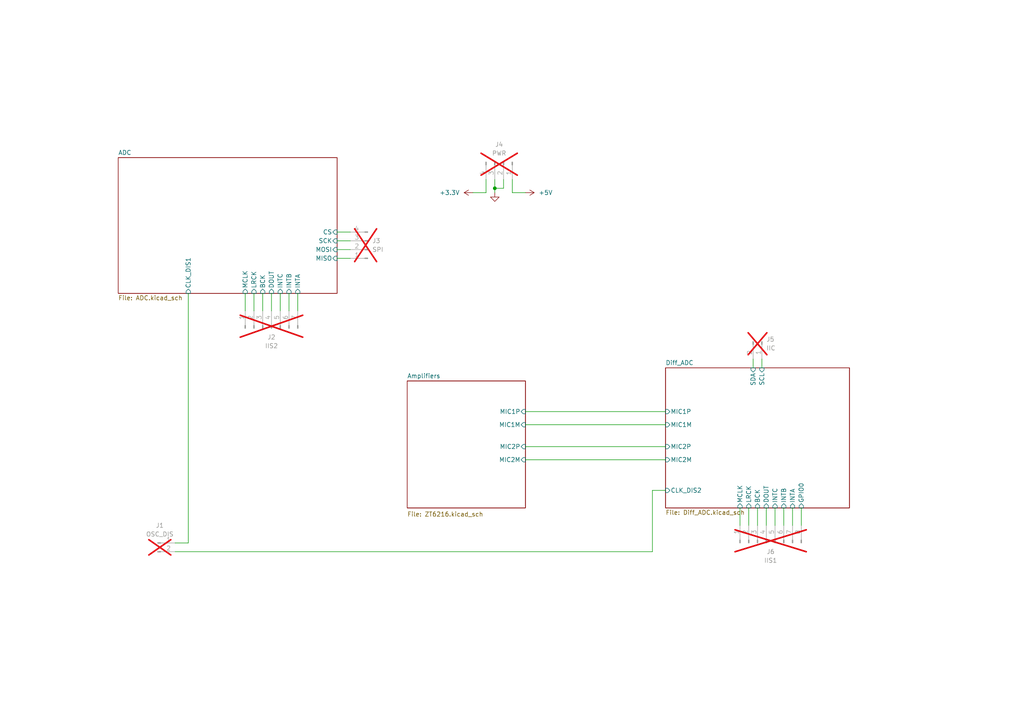
<source format=kicad_sch>
(kicad_sch (version 20231120) (generator "eeschema") (generator_version "8.0")
  (paper "A4")
  (lib_symbols
    (symbol "Connector:Conn_01x02_Pin" (pin_names (offset 1.016) hide)
      (property "Reference" "J" (at 0 2.54 0))
      (property "Value" "Conn_01x02_Pin" (at 0 -5.08 0))
      (symbol "Conn_01x02_Pin_1_1"
        (polyline (pts (xy 1.27 -2.54) (xy 0.8636 -2.54)) (stroke (width 0.1524)))
        (polyline (pts (xy 1.27 0) (xy 0.8636 0)) (stroke (width 0.1524)))
        (rectangle (start 0.8636 -2.413) (end 0 -2.667) (stroke (width 0.1524)) (fill (type outline)))
        (rectangle (start 0.8636 0.127) (end 0 -0.127) (stroke (width 0.1524)) (fill (type outline)))
        (pin passive line (at 5.08 0 180) (length 3.81) (name "Pin_1") (number "1"))
        (pin passive line (at 5.08 -2.54 180) (length 3.81) (name "Pin_2") (number "2"))
      )
    )
    (symbol "Connector:Conn_01x04_Pin" (pin_names (offset 1.016) hide)
      (property "Reference" "J" (at 0 5.08 0))
      (property "Value" "Conn_01x04_Pin" (at 0 -7.62 0))
      (symbol "Conn_01x04_Pin_1_1"
        (polyline (pts (xy 1.27 -5.08) (xy 0.8636 -5.08)) (stroke (width 0.1524)))
        (polyline (pts (xy 1.27 -2.54) (xy 0.8636 -2.54)) (stroke (width 0.1524)))
        (polyline (pts (xy 1.27 0) (xy 0.8636 0)) (stroke (width 0.1524)))
        (polyline (pts (xy 1.27 2.54) (xy 0.8636 2.54)) (stroke (width 0.1524)))
        (rectangle (start 0.8636 -4.953) (end 0 -5.207) (stroke (width 0.1524)) (fill (type outline)))
        (rectangle (start 0.8636 -2.413) (end 0 -2.667) (stroke (width 0.1524)) (fill (type outline)))
        (rectangle (start 0.8636 0.127) (end 0 -0.127) (stroke (width 0.1524)) (fill (type outline)))
        (rectangle (start 0.8636 2.667) (end 0 2.413) (stroke (width 0.1524)) (fill (type outline)))
        (pin passive line (at 5.08 2.54 180) (length 3.81) (name "Pin_1") (number "1"))
        (pin passive line (at 5.08 0 180) (length 3.81) (name "Pin_2") (number "2"))
        (pin passive line (at 5.08 -2.54 180) (length 3.81) (name "Pin_3") (number "3"))
        (pin passive line (at 5.08 -5.08 180) (length 3.81) (name "Pin_4") (number "4"))
      )
    )
    (symbol "Connector:Conn_01x07_Pin" (pin_names (offset 1.016) hide)
      (property "Reference" "J" (at 0 10.16 0))
      (property "Value" "Conn_01x07_Pin" (at 0 -10.16 0))
      (symbol "Conn_01x07_Pin_1_1"
        (polyline (pts (xy 1.27 -7.62) (xy 0.8636 -7.62)) (stroke (width 0.1524)))
        (polyline (pts (xy 1.27 -5.08) (xy 0.8636 -5.08)) (stroke (width 0.1524)))
        (polyline (pts (xy 1.27 -2.54) (xy 0.8636 -2.54)) (stroke (width 0.1524)))
        (polyline (pts (xy 1.27 0) (xy 0.8636 0)) (stroke (width 0.1524)))
        (polyline (pts (xy 1.27 2.54) (xy 0.8636 2.54)) (stroke (width 0.1524)))
        (polyline (pts (xy 1.27 5.08) (xy 0.8636 5.08)) (stroke (width 0.1524)))
        (polyline (pts (xy 1.27 7.62) (xy 0.8636 7.62)) (stroke (width 0.1524)))
        (rectangle (start 0.8636 -7.493) (end 0 -7.747) (stroke (width 0.1524)) (fill (type outline)))
        (rectangle (start 0.8636 -4.953) (end 0 -5.207) (stroke (width 0.1524)) (fill (type outline)))
        (rectangle (start 0.8636 -2.413) (end 0 -2.667) (stroke (width 0.1524)) (fill (type outline)))
        (rectangle (start 0.8636 0.127) (end 0 -0.127) (stroke (width 0.1524)) (fill (type outline)))
        (rectangle (start 0.8636 2.667) (end 0 2.413) (stroke (width 0.1524)) (fill (type outline)))
        (rectangle (start 0.8636 5.207) (end 0 4.953) (stroke (width 0.1524)) (fill (type outline)))
        (rectangle (start 0.8636 7.747) (end 0 7.493) (stroke (width 0.1524)) (fill (type outline)))
        (pin passive line (at 5.08 7.62 180) (length 3.81) (name "Pin_1") (number "1"))
        (pin passive line (at 5.08 5.08 180) (length 3.81) (name "Pin_2") (number "2"))
        (pin passive line (at 5.08 2.54 180) (length 3.81) (name "Pin_3") (number "3"))
        (pin passive line (at 5.08 0 180) (length 3.81) (name "Pin_4") (number "4"))
        (pin passive line (at 5.08 -2.54 180) (length 3.81) (name "Pin_5") (number "5"))
        (pin passive line (at 5.08 -5.08 180) (length 3.81) (name "Pin_6") (number "6"))
        (pin passive line (at 5.08 -7.62 180) (length 3.81) (name "Pin_7") (number "7"))
      )
    )
    (symbol "Connector:Conn_01x08_Pin" (pin_names (offset 1.016) hide)
      (property "Reference" "J" (at 0 10.16 0))
      (property "Value" "Conn_01x08_Pin" (at 0 -12.7 0))
      (symbol "Conn_01x08_Pin_1_1"
        (polyline (pts (xy 1.27 -10.16) (xy 0.8636 -10.16)) (stroke (width 0.1524)))
        (polyline (pts (xy 1.27 -7.62) (xy 0.8636 -7.62)) (stroke (width 0.1524)))
        (polyline (pts (xy 1.27 -5.08) (xy 0.8636 -5.08)) (stroke (width 0.1524)))
        (polyline (pts (xy 1.27 -2.54) (xy 0.8636 -2.54)) (stroke (width 0.1524)))
        (polyline (pts (xy 1.27 0) (xy 0.8636 0)) (stroke (width 0.1524)))
        (polyline (pts (xy 1.27 2.54) (xy 0.8636 2.54)) (stroke (width 0.1524)))
        (polyline (pts (xy 1.27 5.08) (xy 0.8636 5.08)) (stroke (width 0.1524)))
        (polyline (pts (xy 1.27 7.62) (xy 0.8636 7.62)) (stroke (width 0.1524)))
        (rectangle (start 0.8636 -10.033) (end 0 -10.287) (stroke (width 0.1524)) (fill (type outline)))
        (rectangle (start 0.8636 -7.493) (end 0 -7.747) (stroke (width 0.1524)) (fill (type outline)))
        (rectangle (start 0.8636 -4.953) (end 0 -5.207) (stroke (width 0.1524)) (fill (type outline)))
        (rectangle (start 0.8636 -2.413) (end 0 -2.667) (stroke (width 0.1524)) (fill (type outline)))
        (rectangle (start 0.8636 0.127) (end 0 -0.127) (stroke (width 0.1524)) (fill (type outline)))
        (rectangle (start 0.8636 2.667) (end 0 2.413) (stroke (width 0.1524)) (fill (type outline)))
        (rectangle (start 0.8636 5.207) (end 0 4.953) (stroke (width 0.1524)) (fill (type outline)))
        (rectangle (start 0.8636 7.747) (end 0 7.493) (stroke (width 0.1524)) (fill (type outline)))
        (pin passive line (at 5.08 7.62 180) (length 3.81) (name "Pin_1") (number "1"))
        (pin passive line (at 5.08 5.08 180) (length 3.81) (name "Pin_2") (number "2"))
        (pin passive line (at 5.08 2.54 180) (length 3.81) (name "Pin_3") (number "3"))
        (pin passive line (at 5.08 0 180) (length 3.81) (name "Pin_4") (number "4"))
        (pin passive line (at 5.08 -2.54 180) (length 3.81) (name "Pin_5") (number "5"))
        (pin passive line (at 5.08 -5.08 180) (length 3.81) (name "Pin_6") (number "6"))
        (pin passive line (at 5.08 -7.62 180) (length 3.81) (name "Pin_7") (number "7"))
        (pin passive line (at 5.08 -10.16 180) (length 3.81) (name "Pin_8") (number "8"))
      )
    )
    (symbol "power:+3.3V" (power) (pin_numbers hide) (pin_names (offset 0) hide)
      (property "Value" "+3.3V" (at 0 3.556 0))
      (symbol "+3.3V_0_1"
        (polyline (pts (xy -0.762 1.27) (xy 0 2.54)))
        (polyline (pts (xy 0 0) (xy 0 2.54)))
        (polyline (pts (xy 0 2.54) (xy 0.762 1.27)))
      )
      (symbol "+3.3V_1_1"
        (pin power_in line (at 0 0 90) (length 0) (name "~") (number "1"))
      )
    )
    (symbol "power:+5V" (power) (pin_numbers hide) (pin_names (offset 0) hide)
      (property "Value" "+5V" (at 0 3.556 0))
      (symbol "+5V_0_1"
        (polyline (pts (xy -0.762 1.27) (xy 0 2.54)))
        (polyline (pts (xy 0 0) (xy 0 2.54)))
        (polyline (pts (xy 0 2.54) (xy 0.762 1.27)))
      )
      (symbol "+5V_1_1"
        (pin power_in line (at 0 0 90) (length 0) (name "~") (number "1"))
      )
    )
    (symbol "power:GND" (power) (pin_numbers hide) (pin_names (offset 0) hide)
      (property "Value" "GND" (at 0 -3.81 0))
      (symbol "GND_0_1"
        (polyline (pts (xy 0 0) (xy 0 -1.27) (xy 1.27 -1.27) (xy 0 -2.54) (xy -1.27 -1.27) (xy 0 -1.27)))
      )
      (symbol "GND_1_1"
        (pin power_in line (at 0 0 270) (length 0) (name "~") (number "1"))
      )
    )
  )
  (junction (at 143.51 54.61))
  (wire (pts (xy 78.74 85.09) (xy 78.74 90.17)))
  (wire (pts (xy 189.23 142.24) (xy 193.04 142.24)))
  (wire (pts (xy 71.12 85.09) (xy 71.12 90.17)))
  (wire (pts (xy 50.8 160.02) (xy 189.23 160.02)))
  (wire (pts (xy 73.66 85.09) (xy 73.66 90.17)))
  (wire (pts (xy 97.79 74.93) (xy 101.6 74.93)))
  (wire (pts (xy 214.63 147.32) (xy 214.63 152.4)))
  (wire (pts (xy 54.61 85.09) (xy 54.61 157.48)))
  (wire (pts (xy 83.82 85.09) (xy 83.82 90.17)))
  (wire (pts (xy 227.33 147.32) (xy 227.33 152.4)))
  (wire (pts (xy 137.16 55.88) (xy 140.97 55.88)))
  (wire (pts (xy 86.36 85.09) (xy 86.36 90.17)))
  (wire (pts (xy 143.51 52.07) (xy 143.51 54.61)))
  (wire (pts (xy 220.98 104.14) (xy 220.98 106.68)))
  (wire (pts (xy 50.8 157.48) (xy 54.61 157.48)))
  (wire (pts (xy 189.23 160.02) (xy 189.23 142.24)))
  (wire (pts (xy 152.4 119.38) (xy 193.04 119.38)))
  (wire (pts (xy 224.79 147.32) (xy 224.79 152.4)))
  (wire (pts (xy 143.51 54.61) (xy 143.51 55.88)))
  (wire (pts (xy 146.05 52.07) (xy 146.05 54.61)))
  (wire (pts (xy 218.44 104.14) (xy 218.44 106.68)))
  (wire (pts (xy 148.59 55.88) (xy 148.59 52.07)))
  (wire (pts (xy 97.79 72.39) (xy 101.6 72.39)))
  (wire (pts (xy 152.4 123.19) (xy 193.04 123.19)))
  (wire (pts (xy 76.2 85.09) (xy 76.2 90.17)))
  (wire (pts (xy 97.79 67.31) (xy 101.6 67.31)))
  (wire (pts (xy 152.4 129.54) (xy 193.04 129.54)))
  (wire (pts (xy 81.28 85.09) (xy 81.28 90.17)))
  (wire (pts (xy 152.4 133.35) (xy 193.04 133.35)))
  (wire (pts (xy 219.71 147.32) (xy 219.71 152.4)))
  (wire (pts (xy 217.17 147.32) (xy 217.17 152.4)))
  (wire (pts (xy 152.4 55.88) (xy 148.59 55.88)))
  (wire (pts (xy 232.41 147.32) (xy 232.41 152.4)))
  (wire (pts (xy 97.79 69.85) (xy 101.6 69.85)))
  (wire (pts (xy 222.25 147.32) (xy 222.25 152.4)))
  (wire (pts (xy 229.87 147.32) (xy 229.87 152.4)))
  (wire (pts (xy 140.97 55.88) (xy 140.97 52.07)))
  (wire (pts (xy 146.05 54.61) (xy 143.51 54.61)))
  (symbol (lib_id "Connector:Conn_01x07_Pin") (at 78.74 95.25 90) (unit 1) (dnp yes)
    (property "Reference" "J2" (at 78.74 97.79 90))
    (property "Value" "IIS2" (at 78.74 100.33 90))
    (property "Footprint" "Connector_PinHeader_2.54mm:PinHeader_1x07_P2.54mm_Vertical" (effects (hide yes)))
    (property "Description" "Generic connector, single row, 01x07, script generated" (effects (hide yes)))
  )
  (symbol (lib_id "Connector:Conn_01x02_Pin") (at 45.72 157.48 0) (unit 1) (dnp yes)
    (property "Reference" "J1" (at 46.355 152.4 0))
    (property "Value" "OSC_DIS" (at 46.355 154.94 0))
    (property "Footprint" "Connector_PinHeader_2.54mm:PinHeader_1x02_P2.54mm_Vertical" (effects (hide yes)))
    (property "Description" "Generic connector, single row, 01x02, script generated" (effects (hide yes)))
  )
  (symbol (lib_id "power:+5V") (at 152.4 55.88 270) (unit 1)
    (property "Reference" "#PWR03" (effects (hide yes)))
    (property "Value" "+5V" (at 156.21 55.8799 90) (effects (justify left)))
    (property "Description" "Power symbol creates a global label with name \"+5V\"" (effects (hide yes)))
  )
  (symbol (lib_id "power:+3.3V") (at 137.16 55.88 90) (unit 1)
    (property "Reference" "#PWR01" (effects (hide yes)))
    (property "Value" "+3.3V" (at 133.35 55.8799 90) (effects (justify left)))
    (property "Description" "Power symbol creates a global label with name \"+3.3V\"" (effects (hide yes)))
  )
  (symbol (lib_id "Connector:Conn_01x02_Pin") (at 220.98 99.06 270) (unit 1) (dnp yes)
    (property "Reference" "J5" (at 222.25 98.4249 90) (effects (justify left)))
    (property "Value" "IIC" (at 222.25 100.9649 90) (effects (justify left)))
    (property "Footprint" "Connector_PinHeader_2.54mm:PinHeader_1x02_P2.54mm_Vertical" (effects (hide yes)))
    (property "Description" "Generic connector, single row, 01x02, script generated" (effects (hide yes)))
  )
  (symbol (lib_id "Connector:Conn_01x04_Pin") (at 106.68 72.39 180) (unit 1) (dnp yes)
    (property "Reference" "J3" (at 107.95 69.8499 0) (effects (justify right)))
    (property "Value" "SPI" (at 107.95 72.3899 0) (effects (justify right)))
    (property "Footprint" "Connector_PinHeader_2.54mm:PinHeader_1x04_P2.54mm_Vertical" (effects (hide yes)))
    (property "Description" "Generic connector, single row, 01x04, script generated" (effects (hide yes)))
  )
  (symbol (lib_id "Connector:Conn_01x08_Pin") (at 222.25 157.48 90) (unit 1) (dnp yes)
    (property "Reference" "J6" (at 223.52 160.02 90))
    (property "Value" "IIS1" (at 223.52 162.56 90))
    (property "Footprint" "Connector_PinHeader_2.54mm:PinHeader_1x08_P2.54mm_Vertical" (effects (hide yes)))
    (property "Description" "Generic connector, single row, 01x08, script generated" (effects (hide yes)))
  )
  (symbol (lib_id "power:GND") (at 143.51 55.88 0) (unit 1)
    (property "Reference" "#PWR02" (effects (hide yes)))
    (property "Value" "GND" (effects (hide yes)))
    (property "Description" "Power symbol creates a global label with name \"GND\" , ground" (effects (hide yes)))
  )
  (symbol (lib_id "Connector:Conn_01x04_Pin") (at 146.05 46.99 270) (unit 1) (dnp yes)
    (property "Reference" "J4" (at 144.78 41.91 90))
    (property "Value" "PWR" (at 144.78 44.45 90))
    (property "Footprint" "Connector_PinHeader_2.54mm:PinHeader_1x04_P2.54mm_Vertical" (effects (hide yes)))
    (property "Description" "Generic connector, single row, 01x04, script generated" (effects (hide yes)))
  )
  (sheet (at 118.11 110.49) (size 34.29 36.83) (stroke (width 0.1524))
    (property "Sheetname" "Amplifiers" (at 118.11 109.7784 0) (effects (justify left bottom)))
    (property "Sheetfile" "ZT6216.kicad_sch" (at 118.11 148.4126 0) (effects (justify left top)))
    (pin "MIC2P" input (at 152.4 129.54 0))
    (pin "MIC1P" input (at 152.4 119.38 0))
    (pin "MIC2M" input (at 152.4 133.35 0))
    (pin "MIC1M" input (at 152.4 123.19 0))
  )
  (sheet (at 34.29 45.72) (size 63.5 39.37) (stroke (width 0.1524))
    (property "Sheetname" "ADC" (at 34.29 45.0084 0) (effects (justify left bottom)))
    (property "Sheetfile" "ADC.kicad_sch" (at 34.29 85.6746 0) (effects (justify left top)))
    (pin "INTA" input (at 86.36 85.09 270))
    (pin "MISO" input (at 97.79 74.93 0))
    (pin "MOSI" input (at 97.79 72.39 0))
    (pin "BCK" input (at 76.2 85.09 270))
    (pin "DOUT" input (at 78.74 85.09 270))
    (pin "INTC" input (at 81.28 85.09 270))
    (pin "INTB" input (at 83.82 85.09 270))
    (pin "SCK" input (at 97.79 69.85 0))
    (pin "CS" input (at 97.79 67.31 0))
    (pin "MCLK" input (at 71.12 85.09 270))
    (pin "LRCK" input (at 73.66 85.09 270))
    (pin "CLK_DIS1" input (at 54.61 85.09 270))
  )
  (sheet (at 193.04 106.68) (size 53.34 40.64) (stroke (width 0.1524))
    (property "Sheetname" "Diff_ADC" (at 193.04 105.9684 0) (effects (justify left bottom)))
    (property "Sheetfile" "Diff_ADC.kicad_sch" (at 193.04 147.9046 0) (effects (justify left top)))
    (pin "GPIO0" input (at 232.41 147.32 270))
    (pin "INTA" input (at 229.87 147.32 270))
    (pin "INTB" input (at 227.33 147.32 270))
    (pin "INTC" input (at 224.79 147.32 270))
    (pin "LRCK" input (at 217.17 147.32 270))
    (pin "MCLK" input (at 214.63 147.32 270))
    (pin "BCK" input (at 219.71 147.32 270))
    (pin "DOUT" input (at 222.25 147.32 270))
    (pin "MIC1P" input (at 193.04 119.38 180))
    (pin "MIC1M" input (at 193.04 123.19 180))
    (pin "SDA" input (at 218.44 106.68 90))
    (pin "SCL" input (at 220.98 106.68 90))
    (pin "MIC2M" input (at 193.04 133.35 180))
    (pin "MIC2P" input (at 193.04 129.54 180))
    (pin "CLK_DIS2" input (at 193.04 142.24 180))
  )
)
</source>
